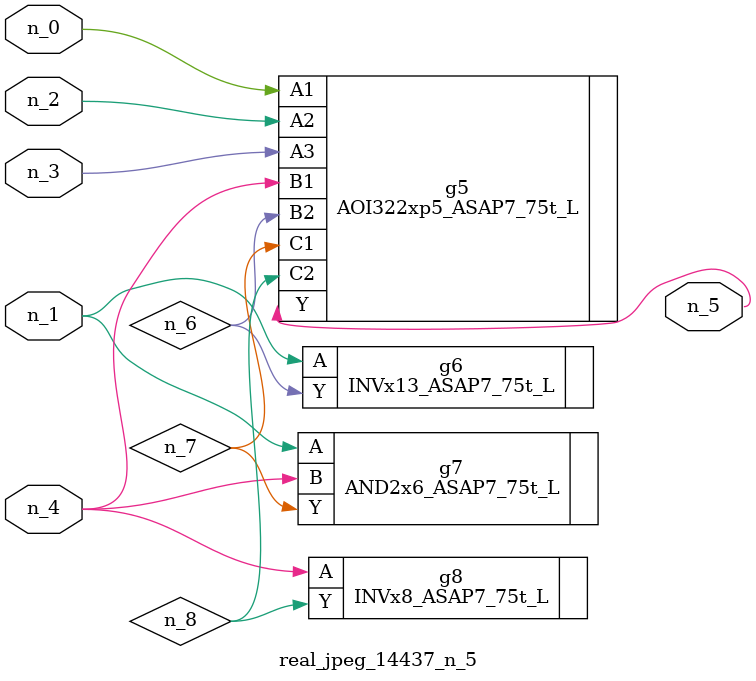
<source format=v>
module real_jpeg_14437_n_5 (n_4, n_0, n_1, n_2, n_3, n_5);

input n_4;
input n_0;
input n_1;
input n_2;
input n_3;

output n_5;

wire n_8;
wire n_6;
wire n_7;

AOI322xp5_ASAP7_75t_L g5 ( 
.A1(n_0),
.A2(n_2),
.A3(n_3),
.B1(n_4),
.B2(n_6),
.C1(n_7),
.C2(n_8),
.Y(n_5)
);

INVx13_ASAP7_75t_L g6 ( 
.A(n_1),
.Y(n_6)
);

AND2x6_ASAP7_75t_L g7 ( 
.A(n_1),
.B(n_4),
.Y(n_7)
);

INVx8_ASAP7_75t_L g8 ( 
.A(n_4),
.Y(n_8)
);


endmodule
</source>
